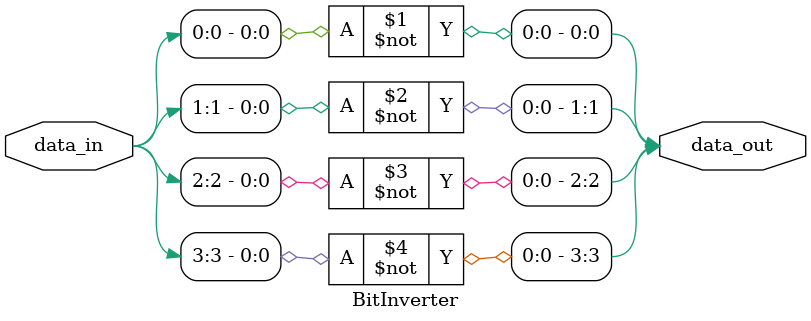
<source format=sv>
module CascadeNOT(
    input [3:0] bits,
    output [3:0] inv_bits
);
    // 实例化参数化的位反转子模块
    BitInverter #(.WIDTH(4)) inverter_inst (
        .data_in(bits),
        .data_out(inv_bits)
    );
endmodule

// 参数化的位反转子模块
module BitInverter #(
    parameter WIDTH = 4  // 默认宽度为4位，但可配置为其他宽度
)(
    input [WIDTH-1:0] data_in,
    output [WIDTH-1:0] data_out
);
    // 使用生成块来创建可扩展的反转逻辑
    genvar i;
    generate
        for (i = 0; i < WIDTH; i = i + 1) begin : inverter_loop
            // 使用连续赋值代替离散门，提高抽象级别并减少代码量
            assign data_out[i] = ~data_in[i];
        end
    endgenerate
endmodule
</source>
